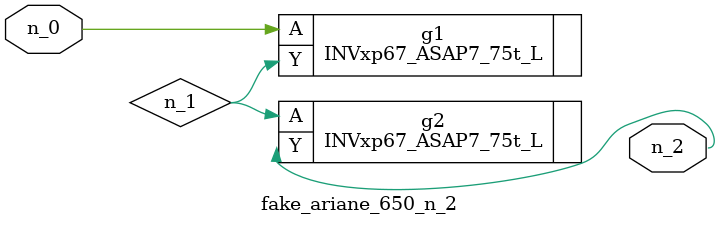
<source format=v>
module fake_ariane_650_n_2 (n_0, n_2);

input n_0;

output n_2;

wire n_1;

INVxp67_ASAP7_75t_L g1 ( 
.A(n_0),
.Y(n_1)
);

INVxp67_ASAP7_75t_L g2 ( 
.A(n_1),
.Y(n_2)
);


endmodule
</source>
